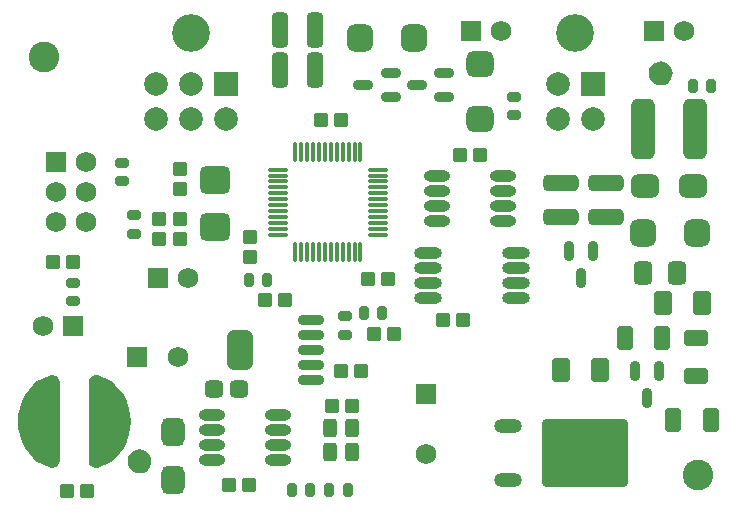
<source format=gts>
G04 Layer_Color=8388736*
%FSLAX24Y24*%
%MOIN*%
G70*
G01*
G75*
G04:AMPARAMS|DCode=73|XSize=49mil|YSize=44mil|CornerRadius=5.8mil|HoleSize=0mil|Usage=FLASHONLY|Rotation=0.000|XOffset=0mil|YOffset=0mil|HoleType=Round|Shape=RoundedRectangle|*
%AMROUNDEDRECTD73*
21,1,0.0490,0.0324,0,0,0.0*
21,1,0.0374,0.0440,0,0,0.0*
1,1,0.0116,0.0187,-0.0162*
1,1,0.0116,-0.0187,-0.0162*
1,1,0.0116,-0.0187,0.0162*
1,1,0.0116,0.0187,0.0162*
%
%ADD73ROUNDEDRECTD73*%
%ADD74O,0.0880X0.0375*%
G04:AMPARAMS|DCode=75|XSize=49mil|YSize=44mil|CornerRadius=5.8mil|HoleSize=0mil|Usage=FLASHONLY|Rotation=270.000|XOffset=0mil|YOffset=0mil|HoleType=Round|Shape=RoundedRectangle|*
%AMROUNDEDRECTD75*
21,1,0.0490,0.0324,0,0,270.0*
21,1,0.0374,0.0440,0,0,270.0*
1,1,0.0116,-0.0162,-0.0187*
1,1,0.0116,-0.0162,0.0187*
1,1,0.0116,0.0162,0.0187*
1,1,0.0116,0.0162,-0.0187*
%
%ADD75ROUNDEDRECTD75*%
G04:AMPARAMS|DCode=76|XSize=63.1mil|YSize=78.9mil|CornerRadius=17.8mil|HoleSize=0mil|Usage=FLASHONLY|Rotation=180.000|XOffset=0mil|YOffset=0mil|HoleType=Round|Shape=RoundedRectangle|*
%AMROUNDEDRECTD76*
21,1,0.0631,0.0433,0,0,180.0*
21,1,0.0276,0.0789,0,0,180.0*
1,1,0.0356,-0.0138,0.0217*
1,1,0.0356,0.0138,0.0217*
1,1,0.0356,0.0138,-0.0217*
1,1,0.0356,-0.0138,-0.0217*
%
%ADD76ROUNDEDRECTD76*%
G04:AMPARAMS|DCode=77|XSize=62mil|YSize=58mil|CornerRadius=16.5mil|HoleSize=0mil|Usage=FLASHONLY|Rotation=0.000|XOffset=0mil|YOffset=0mil|HoleType=Round|Shape=RoundedRectangle|*
%AMROUNDEDRECTD77*
21,1,0.0620,0.0250,0,0,0.0*
21,1,0.0290,0.0580,0,0,0.0*
1,1,0.0330,0.0145,-0.0125*
1,1,0.0330,-0.0145,-0.0125*
1,1,0.0330,-0.0145,0.0125*
1,1,0.0330,0.0145,0.0125*
%
%ADD77ROUNDEDRECTD77*%
%ADD78O,0.0887X0.0336*%
G04:AMPARAMS|DCode=79|XSize=134mil|YSize=88.7mil|CornerRadius=24.2mil|HoleSize=0mil|Usage=FLASHONLY|Rotation=270.000|XOffset=0mil|YOffset=0mil|HoleType=Round|Shape=RoundedRectangle|*
%AMROUNDEDRECTD79*
21,1,0.1340,0.0404,0,0,270.0*
21,1,0.0856,0.0887,0,0,270.0*
1,1,0.0484,-0.0202,-0.0428*
1,1,0.0484,-0.0202,0.0428*
1,1,0.0484,0.0202,0.0428*
1,1,0.0484,0.0202,-0.0428*
%
%ADD79ROUNDEDRECTD79*%
%ADD80O,0.0930X0.0375*%
G04:AMPARAMS|DCode=81|XSize=118.2mil|YSize=55.2mil|CornerRadius=15.8mil|HoleSize=0mil|Usage=FLASHONLY|Rotation=270.000|XOffset=0mil|YOffset=0mil|HoleType=Round|Shape=RoundedRectangle|*
%AMROUNDEDRECTD81*
21,1,0.1182,0.0236,0,0,270.0*
21,1,0.0866,0.0552,0,0,270.0*
1,1,0.0316,-0.0118,-0.0433*
1,1,0.0316,-0.0118,0.0433*
1,1,0.0316,0.0118,0.0433*
1,1,0.0316,0.0118,-0.0433*
%
%ADD81ROUNDEDRECTD81*%
G04:AMPARAMS|DCode=82|XSize=118.2mil|YSize=55.2mil|CornerRadius=15.8mil|HoleSize=0mil|Usage=FLASHONLY|Rotation=180.000|XOffset=0mil|YOffset=0mil|HoleType=Round|Shape=RoundedRectangle|*
%AMROUNDEDRECTD82*
21,1,0.1182,0.0236,0,0,180.0*
21,1,0.0866,0.0552,0,0,180.0*
1,1,0.0316,-0.0433,0.0118*
1,1,0.0316,0.0433,0.0118*
1,1,0.0316,0.0433,-0.0118*
1,1,0.0316,-0.0433,-0.0118*
%
%ADD82ROUNDEDRECTD82*%
G04:AMPARAMS|DCode=83|XSize=202.9mil|YSize=78.9mil|CornerRadius=21.7mil|HoleSize=0mil|Usage=FLASHONLY|Rotation=90.000|XOffset=0mil|YOffset=0mil|HoleType=Round|Shape=RoundedRectangle|*
%AMROUNDEDRECTD83*
21,1,0.2029,0.0354,0,0,90.0*
21,1,0.1594,0.0789,0,0,90.0*
1,1,0.0434,0.0177,0.0797*
1,1,0.0434,0.0177,-0.0797*
1,1,0.0434,-0.0177,-0.0797*
1,1,0.0434,-0.0177,0.0797*
%
%ADD83ROUNDEDRECTD83*%
G04:AMPARAMS|DCode=84|XSize=98.6mil|YSize=90.7mil|CornerRadius=16.4mil|HoleSize=0mil|Usage=FLASHONLY|Rotation=0.000|XOffset=0mil|YOffset=0mil|HoleType=Round|Shape=RoundedRectangle|*
%AMROUNDEDRECTD84*
21,1,0.0986,0.0579,0,0,0.0*
21,1,0.0657,0.0907,0,0,0.0*
1,1,0.0328,0.0329,-0.0289*
1,1,0.0328,-0.0329,-0.0289*
1,1,0.0328,-0.0329,0.0289*
1,1,0.0328,0.0329,0.0289*
%
%ADD84ROUNDEDRECTD84*%
G04:AMPARAMS|DCode=85|XSize=36mil|YSize=43.8mil|CornerRadius=6.8mil|HoleSize=0mil|Usage=FLASHONLY|Rotation=90.000|XOffset=0mil|YOffset=0mil|HoleType=Round|Shape=RoundedRectangle|*
%AMROUNDEDRECTD85*
21,1,0.0360,0.0302,0,0,90.0*
21,1,0.0224,0.0438,0,0,90.0*
1,1,0.0136,0.0151,0.0112*
1,1,0.0136,0.0151,-0.0112*
1,1,0.0136,-0.0151,-0.0112*
1,1,0.0136,-0.0151,0.0112*
%
%ADD85ROUNDEDRECTD85*%
G04:AMPARAMS|DCode=86|XSize=36mil|YSize=43.8mil|CornerRadius=6.8mil|HoleSize=0mil|Usage=FLASHONLY|Rotation=180.000|XOffset=0mil|YOffset=0mil|HoleType=Round|Shape=RoundedRectangle|*
%AMROUNDEDRECTD86*
21,1,0.0360,0.0302,0,0,180.0*
21,1,0.0224,0.0438,0,0,180.0*
1,1,0.0136,-0.0112,0.0151*
1,1,0.0136,0.0112,0.0151*
1,1,0.0136,0.0112,-0.0151*
1,1,0.0136,-0.0112,-0.0151*
%
%ADD86ROUNDEDRECTD86*%
G04:AMPARAMS|DCode=87|XSize=63.1mil|YSize=49.3mil|CornerRadius=14.3mil|HoleSize=0mil|Usage=FLASHONLY|Rotation=270.000|XOffset=0mil|YOffset=0mil|HoleType=Round|Shape=RoundedRectangle|*
%AMROUNDEDRECTD87*
21,1,0.0631,0.0207,0,0,270.0*
21,1,0.0344,0.0493,0,0,270.0*
1,1,0.0287,-0.0103,-0.0172*
1,1,0.0287,-0.0103,0.0172*
1,1,0.0287,0.0103,0.0172*
1,1,0.0287,0.0103,-0.0172*
%
%ADD87ROUNDEDRECTD87*%
G04:AMPARAMS|DCode=88|XSize=55.2mil|YSize=82.8mil|CornerRadius=15.8mil|HoleSize=0mil|Usage=FLASHONLY|Rotation=180.000|XOffset=0mil|YOffset=0mil|HoleType=Round|Shape=RoundedRectangle|*
%AMROUNDEDRECTD88*
21,1,0.0552,0.0512,0,0,180.0*
21,1,0.0236,0.0828,0,0,180.0*
1,1,0.0316,-0.0118,0.0256*
1,1,0.0316,0.0118,0.0256*
1,1,0.0316,0.0118,-0.0256*
1,1,0.0316,-0.0118,-0.0256*
%
%ADD88ROUNDEDRECTD88*%
G04:AMPARAMS|DCode=89|XSize=55.2mil|YSize=82.8mil|CornerRadius=15.8mil|HoleSize=0mil|Usage=FLASHONLY|Rotation=90.000|XOffset=0mil|YOffset=0mil|HoleType=Round|Shape=RoundedRectangle|*
%AMROUNDEDRECTD89*
21,1,0.0552,0.0512,0,0,90.0*
21,1,0.0236,0.0828,0,0,90.0*
1,1,0.0316,0.0256,0.0118*
1,1,0.0316,0.0256,-0.0118*
1,1,0.0316,-0.0256,-0.0118*
1,1,0.0316,-0.0256,0.0118*
%
%ADD89ROUNDEDRECTD89*%
G04:AMPARAMS|DCode=90|XSize=90.7mil|YSize=86.7mil|CornerRadius=23.7mil|HoleSize=0mil|Usage=FLASHONLY|Rotation=180.000|XOffset=0mil|YOffset=0mil|HoleType=Round|Shape=RoundedRectangle|*
%AMROUNDEDRECTD90*
21,1,0.0907,0.0394,0,0,180.0*
21,1,0.0433,0.0867,0,0,180.0*
1,1,0.0474,-0.0217,0.0197*
1,1,0.0474,0.0217,0.0197*
1,1,0.0474,0.0217,-0.0197*
1,1,0.0474,-0.0217,-0.0197*
%
%ADD90ROUNDEDRECTD90*%
%ADD91O,0.0671X0.0361*%
G04:AMPARAMS|DCode=92|XSize=90.7mil|YSize=86.7mil|CornerRadius=23.7mil|HoleSize=0mil|Usage=FLASHONLY|Rotation=270.000|XOffset=0mil|YOffset=0mil|HoleType=Round|Shape=RoundedRectangle|*
%AMROUNDEDRECTD92*
21,1,0.0907,0.0394,0,0,270.0*
21,1,0.0433,0.0867,0,0,270.0*
1,1,0.0474,-0.0197,-0.0217*
1,1,0.0474,-0.0197,0.0217*
1,1,0.0474,0.0197,0.0217*
1,1,0.0474,0.0197,-0.0217*
%
%ADD92ROUNDEDRECTD92*%
%ADD93O,0.0361X0.0671*%
G04:AMPARAMS|DCode=94|XSize=94.6mil|YSize=76.9mil|CornerRadius=21.2mil|HoleSize=0mil|Usage=FLASHONLY|Rotation=90.000|XOffset=0mil|YOffset=0mil|HoleType=Round|Shape=RoundedRectangle|*
%AMROUNDEDRECTD94*
21,1,0.0946,0.0344,0,0,90.0*
21,1,0.0522,0.0769,0,0,90.0*
1,1,0.0424,0.0172,0.0261*
1,1,0.0424,0.0172,-0.0261*
1,1,0.0424,-0.0172,-0.0261*
1,1,0.0424,-0.0172,0.0261*
%
%ADD94ROUNDEDRECTD94*%
G04:AMPARAMS|DCode=95|XSize=94.6mil|YSize=76.9mil|CornerRadius=21.2mil|HoleSize=0mil|Usage=FLASHONLY|Rotation=180.000|XOffset=0mil|YOffset=0mil|HoleType=Round|Shape=RoundedRectangle|*
%AMROUNDEDRECTD95*
21,1,0.0946,0.0344,0,0,180.0*
21,1,0.0522,0.0769,0,0,180.0*
1,1,0.0424,-0.0261,0.0172*
1,1,0.0424,0.0261,0.0172*
1,1,0.0424,0.0261,-0.0172*
1,1,0.0424,-0.0261,-0.0172*
%
%ADD95ROUNDEDRECTD95*%
G04:AMPARAMS|DCode=96|XSize=59.2mil|YSize=80mil|CornerRadius=6.6mil|HoleSize=0mil|Usage=FLASHONLY|Rotation=180.000|XOffset=0mil|YOffset=0mil|HoleType=Round|Shape=RoundedRectangle|*
%AMROUNDEDRECTD96*
21,1,0.0592,0.0669,0,0,180.0*
21,1,0.0461,0.0800,0,0,180.0*
1,1,0.0131,-0.0230,0.0335*
1,1,0.0131,0.0230,0.0335*
1,1,0.0131,0.0230,-0.0335*
1,1,0.0131,-0.0230,-0.0335*
%
%ADD96ROUNDEDRECTD96*%
G04:AMPARAMS|DCode=97|XSize=287.5mil|YSize=226.5mil|CornerRadius=14.9mil|HoleSize=0mil|Usage=FLASHONLY|Rotation=0.000|XOffset=0mil|YOffset=0mil|HoleType=Round|Shape=RoundedRectangle|*
%AMROUNDEDRECTD97*
21,1,0.2875,0.1967,0,0,0.0*
21,1,0.2577,0.2265,0,0,0.0*
1,1,0.0299,0.1288,-0.0983*
1,1,0.0299,-0.1288,-0.0983*
1,1,0.0299,-0.1288,0.0983*
1,1,0.0299,0.1288,0.0983*
%
%ADD97ROUNDEDRECTD97*%
%ADD98O,0.0926X0.0474*%
%ADD99O,0.0157X0.0669*%
%ADD100O,0.0669X0.0157*%
%ADD101C,0.0680*%
%ADD102R,0.0680X0.0680*%
%ADD103C,0.0789*%
%ADD104C,0.1261*%
%ADD105R,0.0789X0.0789*%
%ADD106R,0.0789X0.0789*%
%ADD107R,0.0680X0.0680*%
%ADD108C,0.1025*%
G36*
X21236Y34015D02*
X21245Y34016D01*
X21316Y33997D01*
X21322Y33992D01*
X21330Y33990D01*
X21389Y33946D01*
X21394Y33939D01*
X21400Y33935D01*
X21439Y33873D01*
X21441Y33864D01*
X21445Y33858D01*
X21459Y33785D01*
X21458Y33781D01*
X21460Y33777D01*
Y31172D01*
X21458Y31168D01*
X21459Y31164D01*
X21445Y31089D01*
X21440Y31082D01*
X21439Y31074D01*
X21399Y31010D01*
X21392Y31005D01*
X21388Y30998D01*
X21327Y30954D01*
X21319Y30952D01*
X21312Y30947D01*
X21239Y30927D01*
X21231Y30928D01*
X21223Y30926D01*
X21148Y30935D01*
X21144Y30937D01*
X21140Y30937D01*
X21011Y30977D01*
X21009Y30978D01*
X21007Y30978D01*
X20856Y31039D01*
X20854Y31041D01*
X20850Y31042D01*
X20711Y31125D01*
X20709Y31128D01*
X20705Y31129D01*
X20580Y31233D01*
X20579Y31234D01*
X20578Y31235D01*
X20573Y31240D01*
X20573Y31241D01*
X20571Y31242D01*
X20422Y31407D01*
X20421Y31410D01*
X20419Y31412D01*
X20293Y31596D01*
X20292Y31599D01*
X20290Y31601D01*
X20190Y31800D01*
X20190Y31803D01*
X20188Y31805D01*
X20115Y32016D01*
X20115Y32019D01*
X20113Y32021D01*
X20069Y32240D01*
X20070Y32243D01*
X20068Y32245D01*
X20053Y32468D01*
X20054Y32470D01*
X20053Y32473D01*
X20068Y32696D01*
X20070Y32698D01*
X20069Y32701D01*
X20113Y32920D01*
X20115Y32922D01*
X20115Y32925D01*
X20188Y33136D01*
X20190Y33138D01*
X20190Y33141D01*
X20290Y33340D01*
X20292Y33342D01*
X20293Y33345D01*
X20419Y33529D01*
X20421Y33531D01*
X20422Y33534D01*
X20571Y33699D01*
X20573Y33700D01*
X20573Y33701D01*
X20576Y33704D01*
X20577Y33704D01*
X20578Y33706D01*
X20705Y33811D01*
X20708Y33812D01*
X20710Y33815D01*
X20852Y33899D01*
X20855Y33900D01*
X20858Y33902D01*
X21010Y33964D01*
X21012Y33964D01*
X21014Y33965D01*
X21148Y34007D01*
X21152Y34006D01*
X21156Y34008D01*
X21229Y34017D01*
X21236Y34015D01*
D02*
G37*
G36*
X24217Y31525D02*
X24313Y31486D01*
X24395Y31423D01*
X24458Y31340D01*
X24498Y31245D01*
X24511Y31142D01*
X24498Y31039D01*
X24458Y30943D01*
X24395Y30861D01*
X24313Y30798D01*
X24217Y30758D01*
X24114Y30745D01*
X24011Y30758D01*
X23916Y30798D01*
X23833Y30861D01*
X23770Y30943D01*
X23731Y31039D01*
X23717Y31142D01*
X23731Y31245D01*
X23770Y31340D01*
X23833Y31423D01*
X23916Y31486D01*
X24011Y31525D01*
X24114Y31539D01*
X24217Y31525D01*
D02*
G37*
G36*
X41589Y44458D02*
X41685Y44419D01*
X41767Y44356D01*
X41830Y44273D01*
X41870Y44178D01*
X41883Y44075D01*
X41870Y43972D01*
X41830Y43876D01*
X41767Y43794D01*
X41685Y43731D01*
X41589Y43691D01*
X41486Y43678D01*
X41383Y43691D01*
X41288Y43731D01*
X41205Y43794D01*
X41142Y43876D01*
X41103Y43972D01*
X41089Y44075D01*
X41103Y44178D01*
X41142Y44273D01*
X41205Y44356D01*
X41288Y44419D01*
X41383Y44458D01*
X41486Y44472D01*
X41589Y44458D01*
D02*
G37*
G36*
X22730Y34006D02*
X22734Y34004D01*
X22738Y34004D01*
X22867Y33964D01*
X22869Y33963D01*
X22871Y33963D01*
X23021Y33902D01*
X23024Y33900D01*
X23028Y33899D01*
X23167Y33816D01*
X23169Y33813D01*
X23173Y33812D01*
X23298Y33708D01*
X23298Y33706D01*
X23300Y33706D01*
X23305Y33701D01*
X23305Y33700D01*
X23307Y33699D01*
X23456Y33534D01*
X23457Y33531D01*
X23459Y33529D01*
X23585Y33345D01*
X23586Y33342D01*
X23588Y33340D01*
X23688Y33141D01*
X23688Y33138D01*
X23690Y33136D01*
X23763Y32925D01*
X23763Y32922D01*
X23765Y32920D01*
X23809Y32701D01*
X23808Y32698D01*
X23810Y32696D01*
X23825Y32473D01*
X23824Y32470D01*
X23825Y32468D01*
X23810Y32245D01*
X23808Y32243D01*
X23809Y32240D01*
X23765Y32021D01*
X23763Y32019D01*
X23763Y32016D01*
X23690Y31805D01*
X23688Y31803D01*
X23688Y31800D01*
X23588Y31601D01*
X23586Y31599D01*
X23585Y31596D01*
X23459Y31412D01*
X23457Y31410D01*
X23456Y31407D01*
X23307Y31242D01*
X23305Y31241D01*
X23305Y31240D01*
X23302Y31237D01*
X23301Y31237D01*
X23300Y31235D01*
X23173Y31130D01*
X23170Y31129D01*
X23168Y31126D01*
X23026Y31042D01*
X23023Y31041D01*
X23020Y31039D01*
X22868Y30977D01*
X22866Y30977D01*
X22864Y30976D01*
X22730Y30934D01*
X22726Y30935D01*
X22722Y30933D01*
X22649Y30924D01*
X22642Y30926D01*
X22633Y30925D01*
X22562Y30944D01*
X22556Y30949D01*
X22548Y30951D01*
X22489Y30994D01*
X22484Y31002D01*
X22478Y31006D01*
X22438Y31068D01*
X22437Y31077D01*
X22433Y31083D01*
X22419Y31156D01*
X22420Y31160D01*
X22418Y31164D01*
Y33769D01*
X22420Y33773D01*
X22419Y33777D01*
X22433Y33852D01*
X22437Y33859D01*
X22439Y33867D01*
X22479Y33931D01*
X22486Y33935D01*
X22490Y33942D01*
X22551Y33987D01*
X22559Y33989D01*
X22566Y33994D01*
X22639Y34014D01*
X22647Y34012D01*
X22655Y34015D01*
X22730Y34006D01*
D02*
G37*
D73*
X21900Y37785D02*
D03*
X21230D02*
D03*
X28957Y36535D02*
D03*
X28287D02*
D03*
X31722Y37224D02*
D03*
X32392D02*
D03*
X30147Y42530D02*
D03*
X30817D02*
D03*
X34232Y35856D02*
D03*
X34902D02*
D03*
X35453Y41339D02*
D03*
X34783D02*
D03*
X27106Y30344D02*
D03*
X27776D02*
D03*
X22353Y30157D02*
D03*
X21683D02*
D03*
X31201Y32982D02*
D03*
X30531D02*
D03*
X30836Y34154D02*
D03*
X31506D02*
D03*
X32609Y35394D02*
D03*
X31939D02*
D03*
D74*
X34026Y40640D02*
D03*
Y40140D02*
D03*
X36226D02*
D03*
Y40640D02*
D03*
X34026Y39140D02*
D03*
X36226D02*
D03*
X34026Y39640D02*
D03*
X36226D02*
D03*
X28745Y31697D02*
D03*
X26545D02*
D03*
X28745Y31197D02*
D03*
X26545D02*
D03*
X28745Y32697D02*
D03*
Y32197D02*
D03*
X26545D02*
D03*
Y32697D02*
D03*
D75*
X27795Y38622D02*
D03*
Y37952D02*
D03*
X24774Y38553D02*
D03*
Y39223D02*
D03*
X25453Y40226D02*
D03*
Y40896D02*
D03*
X25452Y39223D02*
D03*
Y38553D02*
D03*
D76*
X40896Y37431D02*
D03*
X42037D02*
D03*
D77*
X27425Y33553D02*
D03*
X26585D02*
D03*
D78*
X29823Y35343D02*
D03*
Y35843D02*
D03*
Y33843D02*
D03*
Y34343D02*
D03*
Y34843D02*
D03*
D79*
X27461D02*
D03*
D80*
X36670Y37100D02*
D03*
X33720D02*
D03*
X36670Y38100D02*
D03*
Y37600D02*
D03*
Y36600D02*
D03*
X33720Y38100D02*
D03*
Y37600D02*
D03*
Y36600D02*
D03*
D81*
X28809Y45522D02*
D03*
X29951D02*
D03*
X28809Y44193D02*
D03*
X29951D02*
D03*
D82*
X38169Y40423D02*
D03*
Y39281D02*
D03*
X39656Y40423D02*
D03*
Y39281D02*
D03*
D83*
X42638Y42234D02*
D03*
X40906D02*
D03*
D84*
X26634Y40532D02*
D03*
Y38957D02*
D03*
D85*
X23917Y39340D02*
D03*
Y38730D02*
D03*
X21900Y37087D02*
D03*
Y36477D02*
D03*
X23524Y41092D02*
D03*
Y40482D02*
D03*
X36604Y43297D02*
D03*
Y42687D02*
D03*
X30955Y35974D02*
D03*
Y35364D02*
D03*
D86*
X27756Y37185D02*
D03*
X28366D02*
D03*
X43159Y43652D02*
D03*
X42549D02*
D03*
X29183Y30187D02*
D03*
X29793D02*
D03*
X30443D02*
D03*
X31053D02*
D03*
X31595Y36073D02*
D03*
X32205D02*
D03*
D87*
X30463Y32254D02*
D03*
X31211D02*
D03*
X30463Y31457D02*
D03*
X31211D02*
D03*
D88*
X40285Y35266D02*
D03*
X41545D02*
D03*
X43169Y32510D02*
D03*
X41909D02*
D03*
D89*
X42648Y35246D02*
D03*
Y33986D02*
D03*
D90*
X35453Y44380D02*
D03*
Y42569D02*
D03*
D91*
X34276Y44097D02*
D03*
Y43297D02*
D03*
X33366Y43697D02*
D03*
X32485Y44097D02*
D03*
Y43297D02*
D03*
X31575Y43697D02*
D03*
D92*
X31447Y45246D02*
D03*
X33258D02*
D03*
X40896Y38750D02*
D03*
X42707D02*
D03*
D93*
X39222Y38164D02*
D03*
X38422D02*
D03*
X38822Y37254D02*
D03*
X41437Y34149D02*
D03*
X40637D02*
D03*
X41037Y33239D02*
D03*
D94*
X25226Y32126D02*
D03*
Y30512D02*
D03*
D95*
X40965Y40315D02*
D03*
X42579D02*
D03*
D96*
X42855Y36407D02*
D03*
X41555D02*
D03*
X38149Y34173D02*
D03*
X39449D02*
D03*
D97*
X38957Y31407D02*
D03*
D98*
X36398Y32305D02*
D03*
Y30510D02*
D03*
D99*
X29311Y38130D02*
D03*
X29508D02*
D03*
X29705D02*
D03*
X29902D02*
D03*
X30098D02*
D03*
X30295D02*
D03*
X30492D02*
D03*
X30689D02*
D03*
X30886D02*
D03*
X31083D02*
D03*
Y41437D02*
D03*
X30886D02*
D03*
X30689D02*
D03*
X30492D02*
D03*
X30295D02*
D03*
X30098D02*
D03*
X29902D02*
D03*
X29705D02*
D03*
X29508D02*
D03*
X29311D02*
D03*
X31280Y38130D02*
D03*
X31476D02*
D03*
Y41437D02*
D03*
X31280D02*
D03*
D100*
X32047Y38701D02*
D03*
Y38898D02*
D03*
Y39094D02*
D03*
Y39291D02*
D03*
Y39488D02*
D03*
Y40079D02*
D03*
Y40276D02*
D03*
Y40472D02*
D03*
Y40669D02*
D03*
Y40866D02*
D03*
Y39685D02*
D03*
Y39882D02*
D03*
X28740Y39488D02*
D03*
Y39291D02*
D03*
Y39094D02*
D03*
Y38898D02*
D03*
Y38701D02*
D03*
Y40866D02*
D03*
Y40669D02*
D03*
Y40472D02*
D03*
Y40276D02*
D03*
Y40079D02*
D03*
Y39882D02*
D03*
Y39685D02*
D03*
D101*
X20890Y35650D02*
D03*
X25394Y34636D02*
D03*
X33671Y31376D02*
D03*
X25724Y37264D02*
D03*
X21339Y40132D02*
D03*
X22339Y41132D02*
D03*
Y40132D02*
D03*
X21339Y39132D02*
D03*
X22339D02*
D03*
X42270Y45482D02*
D03*
X36167D02*
D03*
D102*
X21890Y35650D02*
D03*
X24016Y34636D02*
D03*
X24724Y37264D02*
D03*
X41270Y45482D02*
D03*
X35167D02*
D03*
D103*
X39232Y42541D02*
D03*
X38051D02*
D03*
Y43722D02*
D03*
X27008Y42541D02*
D03*
X24646Y43722D02*
D03*
X25827D02*
D03*
X24646Y42541D02*
D03*
X25827D02*
D03*
D104*
X38642Y45423D02*
D03*
X25827D02*
D03*
D105*
X39232Y43722D02*
D03*
D106*
X27008D02*
D03*
D107*
X33671Y33376D02*
D03*
X21339Y41132D02*
D03*
D108*
X20925Y44636D02*
D03*
X42726Y30689D02*
D03*
M02*

</source>
